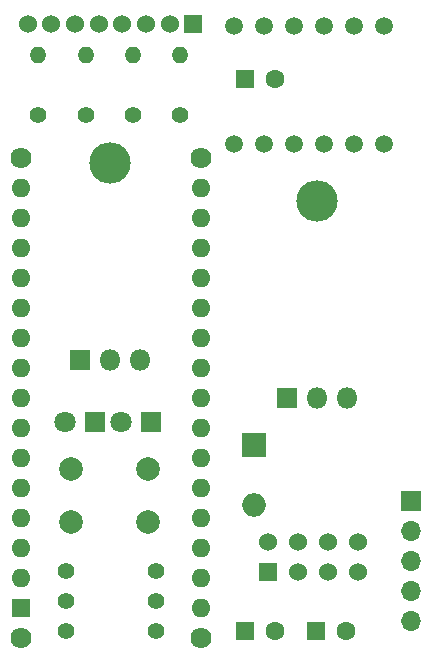
<source format=gbr>
G04 #@! TF.FileFunction,Soldermask,Bot*
%FSLAX46Y46*%
G04 Gerber Fmt 4.6, Leading zero omitted, Abs format (unit mm)*
G04 Created by KiCad (PCBNEW 4.0.7) date 07/08/18 15:45:41*
%MOMM*%
%LPD*%
G01*
G04 APERTURE LIST*
%ADD10C,0.100000*%
%ADD11R,1.600000X1.600000*%
%ADD12C,1.600000*%
%ADD13O,1.600000X1.600000*%
%ADD14C,1.780000*%
%ADD15R,2.000000X2.000000*%
%ADD16O,2.000000X2.000000*%
%ADD17R,1.800000X1.800000*%
%ADD18C,1.800000*%
%ADD19C,1.400000*%
%ADD20R,1.700000X1.700000*%
%ADD21O,1.700000X1.700000*%
%ADD22O,1.400000X1.400000*%
%ADD23C,2.000000*%
%ADD24R,1.524000X1.524000*%
%ADD25C,1.524000*%
%ADD26O,3.500000X3.500000*%
%ADD27O,1.800000X1.800000*%
%ADD28C,1.500000*%
G04 APERTURE END LIST*
D10*
D11*
X141000000Y-79250000D03*
D12*
X143500000Y-79250000D03*
D11*
X141000000Y-126000000D03*
D12*
X143500000Y-126000000D03*
D11*
X147000000Y-126000000D03*
D12*
X149500000Y-126000000D03*
D11*
X122000000Y-124000000D03*
D13*
X137240000Y-90980000D03*
X122000000Y-121460000D03*
X137240000Y-93520000D03*
X122000000Y-118920000D03*
X137240000Y-96060000D03*
X122000000Y-116380000D03*
X137240000Y-98600000D03*
X122000000Y-113840000D03*
X137240000Y-101140000D03*
X122000000Y-111300000D03*
X137240000Y-103680000D03*
X122000000Y-108760000D03*
X137240000Y-106220000D03*
X122000000Y-106220000D03*
X137240000Y-108760000D03*
X122000000Y-103680000D03*
X137240000Y-111300000D03*
X122000000Y-101140000D03*
X137240000Y-113840000D03*
X122000000Y-98600000D03*
X137240000Y-116380000D03*
X122000000Y-96060000D03*
X137240000Y-118920000D03*
X122000000Y-93520000D03*
X137240000Y-121460000D03*
X122000000Y-90980000D03*
X137240000Y-124000000D03*
X122000000Y-88440000D03*
X137240000Y-88440000D03*
D14*
X122000000Y-126540000D03*
X137240000Y-126540000D03*
X137240000Y-85900000D03*
X122000000Y-85900000D03*
D15*
X141750000Y-110250000D03*
D16*
X141750000Y-115330000D03*
D17*
X133000000Y-108250000D03*
D18*
X130460000Y-108250000D03*
D17*
X128250000Y-108250000D03*
D18*
X125710000Y-108250000D03*
D19*
X125790000Y-125940000D03*
X133410000Y-125940000D03*
X125790000Y-123400000D03*
X133410000Y-123400000D03*
X125790000Y-120860000D03*
X133410000Y-120860000D03*
D20*
X155000000Y-115000000D03*
D21*
X155000000Y-117540000D03*
X155000000Y-120080000D03*
X155000000Y-122620000D03*
X155000000Y-125160000D03*
D19*
X123500000Y-82250000D03*
D22*
X123500000Y-77170000D03*
D19*
X127500000Y-82250000D03*
D22*
X127500000Y-77170000D03*
D19*
X131500000Y-82250000D03*
D22*
X131500000Y-77170000D03*
D19*
X135500000Y-82250000D03*
D22*
X135500000Y-77170000D03*
D23*
X126250000Y-116750000D03*
X126250000Y-112250000D03*
X132750000Y-116750000D03*
X132750000Y-112250000D03*
D24*
X136600000Y-74600000D03*
D25*
X134600000Y-74600000D03*
X132600000Y-74600000D03*
X130600000Y-74600000D03*
X128600000Y-74600000D03*
X126600000Y-74600000D03*
X124600000Y-74600000D03*
X122600000Y-74600000D03*
D26*
X147040000Y-89590000D03*
D17*
X144500000Y-106250000D03*
D27*
X147040000Y-106250000D03*
X149580000Y-106250000D03*
D26*
X129540000Y-86340000D03*
D17*
X127000000Y-103000000D03*
D27*
X129540000Y-103000000D03*
X132080000Y-103000000D03*
D28*
X140050000Y-84750000D03*
X140050000Y-74750000D03*
X142590000Y-84750000D03*
X142590000Y-74750000D03*
X145130000Y-84750000D03*
X145130000Y-74750000D03*
X147670000Y-84750000D03*
X147670000Y-74750000D03*
X150210000Y-84750000D03*
X150210000Y-74750000D03*
X152750000Y-84750000D03*
X152750000Y-74750000D03*
D24*
X142950000Y-121000000D03*
D25*
X142950000Y-118460000D03*
X145490000Y-121000000D03*
X145490000Y-118460000D03*
X148030000Y-121000000D03*
X148030000Y-118460000D03*
X150570000Y-121000000D03*
X150570000Y-118460000D03*
M02*

</source>
